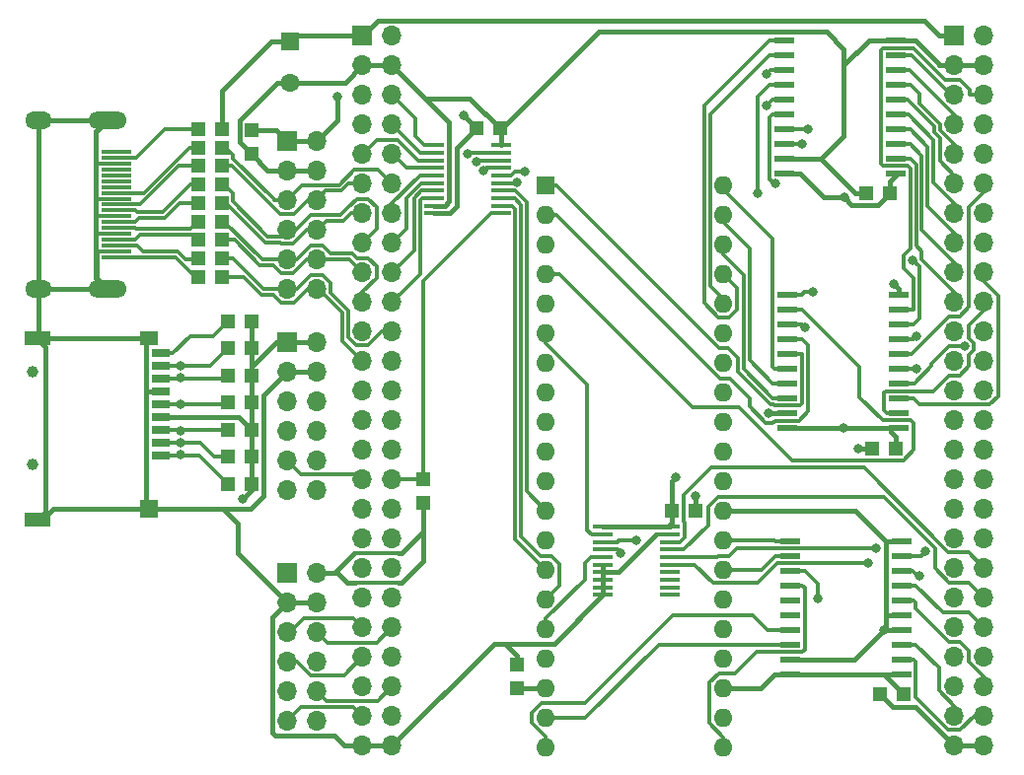
<source format=gtl>
G04 #@! TF.GenerationSoftware,KiCad,Pcbnew,8.0.3*
G04 #@! TF.CreationDate,2024-06-06T03:05:28-03:00*
G04 #@! TF.ProjectId,MSX_GOAULD_XC7,4d53585f-474f-4415-954c-445f5843372e,rev?*
G04 #@! TF.SameCoordinates,Original*
G04 #@! TF.FileFunction,Copper,L1,Top*
G04 #@! TF.FilePolarity,Positive*
%FSLAX46Y46*%
G04 Gerber Fmt 4.6, Leading zero omitted, Abs format (unit mm)*
G04 Created by KiCad (PCBNEW 8.0.3) date 2024-06-06 03:05:28*
%MOMM*%
%LPD*%
G01*
G04 APERTURE LIST*
G04 #@! TA.AperFunction,SMDPad,CuDef*
%ADD10R,1.167000X1.192000*%
G04 #@! TD*
G04 #@! TA.AperFunction,SMDPad,CuDef*
%ADD11R,1.803400X0.533400*%
G04 #@! TD*
G04 #@! TA.AperFunction,ComponentPad*
%ADD12R,1.600000X1.600000*%
G04 #@! TD*
G04 #@! TA.AperFunction,ComponentPad*
%ADD13O,1.600000X1.600000*%
G04 #@! TD*
G04 #@! TA.AperFunction,SMDPad,CuDef*
%ADD14R,1.192000X1.167000*%
G04 #@! TD*
G04 #@! TA.AperFunction,SMDPad,CuDef*
%ADD15R,2.600000X0.298000*%
G04 #@! TD*
G04 #@! TA.AperFunction,ComponentPad*
%ADD16O,3.300000X1.500000*%
G04 #@! TD*
G04 #@! TA.AperFunction,ComponentPad*
%ADD17O,2.300000X1.500000*%
G04 #@! TD*
G04 #@! TA.AperFunction,ComponentPad*
%ADD18C,1.000000*%
G04 #@! TD*
G04 #@! TA.AperFunction,SMDPad,CuDef*
%ADD19R,1.600000X0.700000*%
G04 #@! TD*
G04 #@! TA.AperFunction,SMDPad,CuDef*
%ADD20R,1.500000X1.200000*%
G04 #@! TD*
G04 #@! TA.AperFunction,SMDPad,CuDef*
%ADD21R,2.200000X1.200000*%
G04 #@! TD*
G04 #@! TA.AperFunction,SMDPad,CuDef*
%ADD22R,1.500000X1.600000*%
G04 #@! TD*
G04 #@! TA.AperFunction,ComponentPad*
%ADD23C,1.600000*%
G04 #@! TD*
G04 #@! TA.AperFunction,SMDPad,CuDef*
%ADD24O,1.740000X0.360000*%
G04 #@! TD*
G04 #@! TA.AperFunction,ComponentPad*
%ADD25R,1.700000X1.700000*%
G04 #@! TD*
G04 #@! TA.AperFunction,ComponentPad*
%ADD26O,1.700000X1.700000*%
G04 #@! TD*
G04 #@! TA.AperFunction,ViaPad*
%ADD27C,0.800000*%
G04 #@! TD*
G04 #@! TA.AperFunction,Conductor*
%ADD28C,0.300000*%
G04 #@! TD*
G04 #@! TA.AperFunction,Conductor*
%ADD29C,0.450000*%
G04 #@! TD*
G04 #@! TA.AperFunction,Conductor*
%ADD30C,0.359800*%
G04 #@! TD*
G04 APERTURE END LIST*
D10*
X113538000Y-99758500D03*
X111506000Y-99758500D03*
X113538000Y-96583500D03*
X111506000Y-96583500D03*
X114046000Y-109812700D03*
X116078000Y-109812700D03*
X113538000Y-88646000D03*
X111506000Y-88646000D03*
X154178000Y-121412000D03*
X152146000Y-121412000D03*
X170855200Y-94130800D03*
X168823200Y-94130800D03*
D11*
X171602400Y-114300000D03*
X171602400Y-113030000D03*
X171602400Y-111760000D03*
X171602400Y-110490000D03*
X171602400Y-109220000D03*
X171602400Y-107950000D03*
X171602400Y-106680000D03*
X171602400Y-105410000D03*
X171602400Y-104140000D03*
X171602400Y-102870000D03*
X162052000Y-102870000D03*
X162052000Y-104140000D03*
X162052000Y-105410000D03*
X162052000Y-106680000D03*
X162052000Y-107950000D03*
X162052000Y-109220000D03*
X162052000Y-110490000D03*
X162052000Y-111760000D03*
X162052000Y-113030000D03*
X162052000Y-114300000D03*
D12*
X141351000Y-93472000D03*
D13*
X141351000Y-96012000D03*
X141351000Y-98552000D03*
X141351000Y-101092000D03*
X141351000Y-103632000D03*
X141351000Y-106172000D03*
X141351000Y-108712000D03*
X141351000Y-111252000D03*
X141351000Y-113792000D03*
X141351000Y-116332000D03*
X141351000Y-118872000D03*
X141351000Y-121412000D03*
X141351000Y-123952000D03*
X141351000Y-126492000D03*
X141351000Y-129032000D03*
X141351000Y-131572000D03*
X141351000Y-134112000D03*
X141351000Y-136652000D03*
X141351000Y-139192000D03*
X141351000Y-141732000D03*
X156591000Y-141732000D03*
X156591000Y-139192000D03*
X156591000Y-136652000D03*
X156591000Y-134112000D03*
X156591000Y-131572000D03*
X156591000Y-129032000D03*
X156591000Y-126492000D03*
X156591000Y-123952000D03*
X156591000Y-121412000D03*
X156591000Y-118872000D03*
X156591000Y-116332000D03*
X156591000Y-113792000D03*
X156591000Y-111252000D03*
X156591000Y-108712000D03*
X156591000Y-106172000D03*
X156591000Y-103632000D03*
X156591000Y-101092000D03*
X156591000Y-98552000D03*
X156591000Y-96012000D03*
X156591000Y-93472000D03*
D14*
X138861800Y-136652000D03*
X138861800Y-134620000D03*
D10*
X171348400Y-116078000D03*
X169316400Y-116078000D03*
X113538000Y-90233500D03*
X111506000Y-90233500D03*
X114046000Y-112141000D03*
X116078000Y-112141000D03*
D14*
X130810000Y-120777000D03*
X130810000Y-118745000D03*
D10*
X114046000Y-114469300D03*
X116078000Y-114469300D03*
X116078000Y-105156000D03*
X114046000Y-105156000D03*
D15*
X104510000Y-99634000D03*
X104510000Y-99134000D03*
X104510000Y-98634000D03*
X104510000Y-98134000D03*
X104510000Y-97634000D03*
X104510000Y-97134000D03*
X104510000Y-96634000D03*
X104510000Y-96134000D03*
X104510000Y-95634000D03*
X104510000Y-95134000D03*
X104510000Y-94634000D03*
X104510000Y-94134000D03*
X104510000Y-93634000D03*
X104510000Y-93134000D03*
X104510000Y-92634000D03*
X104510000Y-92134000D03*
X104510000Y-91634000D03*
X104510000Y-91134000D03*
X104510000Y-90634000D03*
D16*
X103750000Y-102384000D03*
X103750000Y-87884000D03*
D17*
X97790000Y-102384000D03*
X97790000Y-87884000D03*
D18*
X97282000Y-109474000D03*
X97282000Y-117474000D03*
D19*
X108282000Y-116674000D03*
X108282000Y-115574000D03*
X108282000Y-114474000D03*
X108282000Y-113374000D03*
X108282000Y-112274000D03*
X108282000Y-111174000D03*
X108282000Y-110074000D03*
X108282000Y-108974000D03*
X108282000Y-107874000D03*
D20*
X107282000Y-106624000D03*
D21*
X97682000Y-106624000D03*
X97682000Y-122224000D03*
D22*
X107282000Y-121274000D03*
D12*
X119380000Y-81151300D03*
D23*
X119380000Y-84651300D03*
D10*
X114046000Y-116797700D03*
X116078000Y-116797700D03*
D14*
X116078000Y-88773000D03*
X116078000Y-90805000D03*
D24*
X137490000Y-95894000D03*
X137490000Y-95244000D03*
X137490000Y-94594000D03*
X137490000Y-93944000D03*
X137490000Y-93284000D03*
X137490000Y-92634000D03*
X137490000Y-91984000D03*
X137490000Y-91334000D03*
X137490000Y-90684000D03*
X137490000Y-90034000D03*
X131750000Y-90034000D03*
X131750000Y-90684000D03*
X131750000Y-91334000D03*
X131750000Y-91984000D03*
X131750000Y-92634000D03*
X131750000Y-93284000D03*
X131750000Y-93944000D03*
X131750000Y-94594000D03*
X131750000Y-95244000D03*
X131750000Y-95894000D03*
D10*
X172059600Y-137160000D03*
X170027600Y-137160000D03*
D11*
X171841200Y-135441000D03*
X171841200Y-134171000D03*
X171841200Y-132901000D03*
X171841200Y-131631000D03*
X171841200Y-130361000D03*
X171841200Y-129091000D03*
X171841200Y-127821000D03*
X171841200Y-126551000D03*
X171841200Y-125281000D03*
X171841200Y-124011000D03*
X162290800Y-124011000D03*
X162290800Y-125281000D03*
X162290800Y-126551000D03*
X162290800Y-127821000D03*
X162290800Y-129091000D03*
X162290800Y-130361000D03*
X162290800Y-131631000D03*
X162290800Y-132901000D03*
X162290800Y-134171000D03*
X162290800Y-135441000D03*
D25*
X119126000Y-89662000D03*
D26*
X121666000Y-89662000D03*
X119126000Y-92202000D03*
X121666000Y-92202000D03*
X119126000Y-94742000D03*
X121666000Y-94742000D03*
X119126000Y-97282000D03*
X121666000Y-97282000D03*
X119126000Y-99822000D03*
X121666000Y-99822000D03*
X119126000Y-102362000D03*
X121666000Y-102362000D03*
D10*
X114046000Y-119126000D03*
X116078000Y-119126000D03*
D11*
X171348400Y-92456000D03*
X171348400Y-91186000D03*
X171348400Y-89916000D03*
X171348400Y-88646000D03*
X171348400Y-87376000D03*
X171348400Y-86106000D03*
X171348400Y-84836000D03*
X171348400Y-83566000D03*
X171348400Y-82296000D03*
X171348400Y-81026000D03*
X161798000Y-81026000D03*
X161798000Y-82296000D03*
X161798000Y-83566000D03*
X161798000Y-84836000D03*
X161798000Y-86106000D03*
X161798000Y-87376000D03*
X161798000Y-88646000D03*
X161798000Y-89916000D03*
X161798000Y-91186000D03*
X161798000Y-92456000D03*
D25*
X119126000Y-106934000D03*
D26*
X121666000Y-106934000D03*
X119126000Y-109474000D03*
X121666000Y-109474000D03*
X119126000Y-112014000D03*
X121666000Y-112014000D03*
X119126000Y-114554000D03*
X121666000Y-114554000D03*
X119126000Y-117094000D03*
X121666000Y-117094000D03*
X119126000Y-119634000D03*
X121666000Y-119634000D03*
D10*
X113538000Y-98171000D03*
X111506000Y-98171000D03*
D24*
X146228000Y-122800000D03*
X146228000Y-123450000D03*
X146228000Y-124100000D03*
X146228000Y-124750000D03*
X146228000Y-125410000D03*
X146228000Y-126060000D03*
X146228000Y-126710000D03*
X146228000Y-127360000D03*
X146228000Y-128010000D03*
X146228000Y-128660000D03*
X151968000Y-128660000D03*
X151968000Y-128010000D03*
X151968000Y-127360000D03*
X151968000Y-126710000D03*
X151968000Y-126060000D03*
X151968000Y-125410000D03*
X151968000Y-124750000D03*
X151968000Y-124100000D03*
X151968000Y-123450000D03*
X151968000Y-122800000D03*
D25*
X125597500Y-80624000D03*
D26*
X128137500Y-80624000D03*
X125597500Y-83164000D03*
X128137500Y-83164000D03*
X125597500Y-85704000D03*
X128137500Y-85704000D03*
X125597500Y-88244000D03*
X128137500Y-88244000D03*
X125597500Y-90784000D03*
X128137500Y-90784000D03*
X125597500Y-93324000D03*
X128137500Y-93324000D03*
X125597500Y-95864000D03*
X128137500Y-95864000D03*
X125597500Y-98404000D03*
X128137500Y-98404000D03*
X125597500Y-100944000D03*
X128137500Y-100944000D03*
X125597500Y-103484000D03*
X128137500Y-103484000D03*
X125597500Y-106024000D03*
X128137500Y-106024000D03*
X125597500Y-108564000D03*
X128137500Y-108564000D03*
X125597500Y-111104000D03*
X128137500Y-111104000D03*
X125597500Y-113644000D03*
X128137500Y-113644000D03*
X125597500Y-116184000D03*
X128137500Y-116184000D03*
X125597500Y-118724000D03*
X128137500Y-118724000D03*
X125597500Y-121264000D03*
X128137500Y-121264000D03*
X125597500Y-123804000D03*
X128137500Y-123804000D03*
X125597500Y-126344000D03*
X128137500Y-126344000D03*
X125597500Y-128884000D03*
X128137500Y-128884000D03*
X125597500Y-131424000D03*
X128137500Y-131424000D03*
X125597500Y-133964000D03*
X128137500Y-133964000D03*
X125597500Y-136504000D03*
X128137500Y-136504000D03*
X125597500Y-139044000D03*
X128137500Y-139044000D03*
X125597500Y-141584000D03*
X128137500Y-141584000D03*
D25*
X176397500Y-80594000D03*
D26*
X178937500Y-80594000D03*
X176397500Y-83134000D03*
X178937500Y-83134000D03*
X176397500Y-85674000D03*
X178937500Y-85674000D03*
X176397500Y-88214000D03*
X178937500Y-88214000D03*
X176397500Y-90754000D03*
X178937500Y-90754000D03*
X176397500Y-93294000D03*
X178937500Y-93294000D03*
X176397500Y-95834000D03*
X178937500Y-95834000D03*
X176397500Y-98374000D03*
X178937500Y-98374000D03*
X176397500Y-100914000D03*
X178937500Y-100914000D03*
X176397500Y-103454000D03*
X178937500Y-103454000D03*
X176397500Y-105994000D03*
X178937500Y-105994000D03*
X176397500Y-108534000D03*
X178937500Y-108534000D03*
X176397500Y-111074000D03*
X178937500Y-111074000D03*
X176397500Y-113614000D03*
X178937500Y-113614000D03*
X176397500Y-116154000D03*
X178937500Y-116154000D03*
X176397500Y-118694000D03*
X178937500Y-118694000D03*
X176397500Y-121234000D03*
X178937500Y-121234000D03*
X176397500Y-123774000D03*
X178937500Y-123774000D03*
X176397500Y-126314000D03*
X178937500Y-126314000D03*
X176397500Y-128854000D03*
X178937500Y-128854000D03*
X176397500Y-131394000D03*
X178937500Y-131394000D03*
X176397500Y-133934000D03*
X178937500Y-133934000D03*
X176397500Y-136474000D03*
X178937500Y-136474000D03*
X176397500Y-139014000D03*
X178937500Y-139014000D03*
X176397500Y-141554000D03*
X178937500Y-141554000D03*
D10*
X114046000Y-107484300D03*
X116078000Y-107484300D03*
X135361000Y-88603000D03*
X137393000Y-88603000D03*
X113538000Y-101346000D03*
X111506000Y-101346000D03*
X113538000Y-91821000D03*
X111506000Y-91821000D03*
X113538000Y-94996000D03*
X111506000Y-94996000D03*
D25*
X119126000Y-126746000D03*
D26*
X121666000Y-126746000D03*
X119126000Y-129286000D03*
X121666000Y-129286000D03*
X119126000Y-131826000D03*
X121666000Y-131826000D03*
X119126000Y-134366000D03*
X121666000Y-134366000D03*
X119126000Y-136906000D03*
X121666000Y-136906000D03*
X119126000Y-139446000D03*
X121666000Y-139446000D03*
D10*
X113538000Y-93408500D03*
X111506000Y-93408500D03*
D27*
X123444000Y-85852000D03*
X152480700Y-118533700D03*
X115316000Y-120396000D03*
X134250000Y-87492000D03*
X170309700Y-131631000D03*
X160466200Y-113060700D03*
X168122700Y-116078000D03*
X171197500Y-101974900D03*
X154151700Y-120199400D03*
X166935000Y-94541300D03*
X166915800Y-114325300D03*
X163320300Y-89916000D03*
X172822600Y-99917800D03*
X173112500Y-106423300D03*
X164662200Y-129000100D03*
X149124500Y-123943200D03*
X138823000Y-93201500D03*
X139510000Y-92265400D03*
X136014000Y-92215000D03*
X135382000Y-91440000D03*
X134601000Y-90815300D03*
X163830000Y-88646000D03*
X161056300Y-93353000D03*
X160285800Y-86615700D03*
X159554700Y-94186100D03*
X160266800Y-83900200D03*
X164292000Y-102660700D03*
X163571200Y-105697800D03*
X173107900Y-109220000D03*
X177334500Y-107312000D03*
X147719000Y-125079600D03*
X169680300Y-124662600D03*
X168984200Y-125932600D03*
X173940800Y-124885200D03*
X173363500Y-127025500D03*
X109982000Y-115570000D03*
X109982000Y-116586000D03*
X109982000Y-108966000D03*
X109982000Y-109982000D03*
X109982000Y-114554000D03*
X109982000Y-112268000D03*
D28*
X109982000Y-115570000D02*
X109986000Y-115574000D01*
X109986000Y-115574000D02*
X111637000Y-115574000D01*
X111637000Y-115574000D02*
X112861000Y-116798000D01*
X112861000Y-116798000D02*
X114045700Y-116798000D01*
X114046000Y-105156000D02*
X112776000Y-106426000D01*
X112776000Y-106426000D02*
X110794800Y-106426000D01*
X109346800Y-107874000D02*
X108282000Y-107874000D01*
X110794800Y-106426000D02*
X109346800Y-107874000D01*
X178086200Y-107623300D02*
X178086200Y-107000700D01*
X177667500Y-108042000D02*
X178086200Y-107623300D01*
X177667500Y-109015500D02*
X177667500Y-108042000D01*
X176879000Y-109804000D02*
X177667500Y-109015500D01*
X178086200Y-107000700D02*
X177667500Y-106582000D01*
X174587900Y-111143300D02*
X175927200Y-109804000D01*
X177667500Y-105552200D02*
X178937500Y-104282200D01*
X170510200Y-111143300D02*
X174587900Y-111143300D01*
X170350700Y-111302800D02*
X170510200Y-111143300D01*
X170350700Y-112768900D02*
X170350700Y-111302800D01*
X170611800Y-113030000D02*
X170350700Y-112768900D01*
X177667500Y-106582000D02*
X177667500Y-105552200D01*
X175927200Y-109804000D02*
X176879000Y-109804000D01*
X178937500Y-104282200D02*
X178937500Y-103454000D01*
X171602400Y-113030000D02*
X170611800Y-113030000D01*
D29*
X168823200Y-94130800D02*
X168225800Y-94130800D01*
X168225800Y-94130800D02*
X168224200Y-94132400D01*
X168224200Y-94132400D02*
X167897500Y-94132400D01*
X167897500Y-94132400D02*
X164951100Y-91186000D01*
X166935000Y-94541300D02*
X167557900Y-95164200D01*
X167557900Y-95164200D02*
X169821800Y-95164200D01*
X169821800Y-95164200D02*
X170855200Y-94130800D01*
X116078000Y-105156000D02*
X116078000Y-107484300D01*
X133731000Y-95233000D02*
X133731000Y-90233000D01*
X123444000Y-126746000D02*
X123190000Y-126746000D01*
X128921000Y-125079000D02*
X128666000Y-125079000D01*
X151968000Y-122612700D02*
X151968000Y-122800000D01*
X130810000Y-122935000D02*
X130810000Y-123190000D01*
X128921000Y-127619000D02*
X130810000Y-125730000D01*
X124968000Y-127619000D02*
X124317000Y-127619000D01*
X152146000Y-118868400D02*
X152146000Y-121412000D01*
X118237000Y-88773000D02*
X119126000Y-89662000D01*
X119126000Y-106934000D02*
X118237000Y-106934000D01*
X121666000Y-89662000D02*
X123444000Y-87884000D01*
X118237000Y-106934000D02*
X116078000Y-109093000D01*
X152146000Y-121412000D02*
X152146000Y-122434700D01*
D28*
X124968000Y-127619000D02*
X128666000Y-127619000D01*
D29*
X133070000Y-95894000D02*
X133731000Y-95233000D01*
X116078000Y-119634000D02*
X115316000Y-120396000D01*
X124317000Y-127619000D02*
X123444000Y-126746000D01*
X108282000Y-113374000D02*
X114983000Y-113374000D01*
X116078000Y-88773000D02*
X118237000Y-88773000D01*
X130810000Y-123190000D02*
X128921000Y-125079000D01*
X116078000Y-116797700D02*
X116078000Y-119126000D01*
X116078000Y-107484300D02*
X116078000Y-109093000D01*
X152146000Y-122434700D02*
X151968000Y-122612700D01*
X133731000Y-90233000D02*
X135361000Y-88603000D01*
X128666000Y-127619000D02*
X128921000Y-127619000D01*
X152480700Y-118533700D02*
X152146000Y-118868400D01*
X116078000Y-114469300D02*
X116078000Y-116797700D01*
X114983000Y-113374000D02*
X116078000Y-114469000D01*
X146228000Y-122800000D02*
X147524700Y-122800000D01*
X123444000Y-87884000D02*
X123444000Y-85852000D01*
X124857000Y-125079000D02*
X123190000Y-126746000D01*
X116078000Y-114469000D02*
X116078000Y-114469300D01*
X116078000Y-109093000D02*
X116078000Y-109812700D01*
X151968000Y-122800000D02*
X147524700Y-122800000D01*
X119126000Y-89662000D02*
X121666000Y-89662000D01*
X116078000Y-109812700D02*
X116078000Y-112141000D01*
X123190000Y-126746000D02*
X121666000Y-126746000D01*
X121666000Y-106934000D02*
X119126000Y-106934000D01*
D28*
X128666000Y-125079000D02*
X124857000Y-125079000D01*
D29*
X131750000Y-95894000D02*
X133070000Y-95894000D01*
X116078000Y-112141000D02*
X116078000Y-114469000D01*
X130810000Y-125730000D02*
X130810000Y-122935000D01*
X134250000Y-87492000D02*
X135361000Y-88603000D01*
X116078000Y-119126000D02*
X116078000Y-119634000D01*
X130810000Y-120777000D02*
X130810000Y-122935000D01*
X125598000Y-83164000D02*
X128137500Y-83164000D01*
X136880000Y-132842000D02*
X128138000Y-141584000D01*
X171841200Y-130361000D02*
X170514300Y-130361000D01*
X107057000Y-111125000D02*
X107057000Y-121049000D01*
X162290800Y-134171000D02*
X167769700Y-134171000D01*
X100341000Y-121274000D02*
X107282000Y-121274000D01*
X133045000Y-88071500D02*
X131008500Y-86034800D01*
X133045000Y-94844600D02*
X133045000Y-88071500D01*
X115960000Y-121274000D02*
X113665000Y-121274000D01*
X134825000Y-86034800D02*
X137393000Y-88603000D01*
X102743000Y-94640400D02*
X102743000Y-88849000D01*
X170512800Y-130359500D02*
X170514300Y-130361000D01*
X165410800Y-80320800D02*
X166878000Y-81788000D01*
X171602400Y-102870000D02*
X171602400Y-102379800D01*
X154178000Y-120225700D02*
X154151700Y-120199400D01*
D30*
X151968000Y-123450000D02*
X151923200Y-123494800D01*
D29*
X154178000Y-121412000D02*
X154178000Y-120389300D01*
X124110000Y-84651300D02*
X125597700Y-83164200D01*
X166878000Y-81788000D02*
X166878000Y-83188600D01*
X171119800Y-138252200D02*
X173079728Y-138252200D01*
X169316400Y-116078000D02*
X168306200Y-116078000D01*
X97790000Y-106516000D02*
X97682000Y-106624000D01*
X171841200Y-131631000D02*
X170512800Y-131631000D01*
X97682000Y-106624000D02*
X107282000Y-106624000D01*
X97790000Y-102384000D02*
X103750000Y-102384000D01*
X97682000Y-122224000D02*
X98121000Y-122224000D01*
X102783300Y-99220700D02*
X102870000Y-99134000D01*
X146228000Y-126710000D02*
X147559900Y-126710000D01*
X114935000Y-122544000D02*
X113665000Y-121274000D01*
X125597500Y-83164000D02*
X125597700Y-83164200D01*
X97682000Y-106624000D02*
X98407000Y-107349000D01*
X102785000Y-88849000D02*
X103750000Y-87884000D01*
X102785000Y-101419000D02*
X102783300Y-101417300D01*
D30*
X151923200Y-123494800D02*
X150775100Y-123494800D01*
D29*
X123190000Y-140716000D02*
X124058000Y-141584000D01*
X117851000Y-140457000D02*
X118115000Y-140721000D01*
X102743000Y-100651000D02*
X102743000Y-97637600D01*
X175120800Y-83134000D02*
X175120800Y-83045800D01*
X107282000Y-106624000D02*
X107057000Y-106849000D01*
X102783300Y-100651000D02*
X102783300Y-99220700D01*
X137490000Y-88700000D02*
X137393000Y-88603000D01*
X97790000Y-102384000D02*
X97790000Y-106516000D01*
X176397500Y-83134000D02*
X178937500Y-83134000D01*
X164951100Y-91186000D02*
X166878000Y-89259100D01*
D28*
X104510000Y-91643200D02*
X102870000Y-91643200D01*
D29*
X114935000Y-125095000D02*
X114935000Y-123952000D01*
X128138000Y-83164000D02*
X131008500Y-86034800D01*
X97790000Y-102384000D02*
X97790000Y-87884000D01*
X99060000Y-121285000D02*
X100330000Y-121285000D01*
X133045000Y-88071500D02*
X131008000Y-86034800D01*
X138861800Y-133858000D02*
X137845800Y-132842000D01*
X119126000Y-109474000D02*
X117086000Y-111514000D01*
X138861800Y-134620000D02*
X138861800Y-133858000D01*
D28*
X104510000Y-99134000D02*
X102870000Y-99134000D01*
D29*
X173079728Y-138252200D02*
X176381528Y-141554000D01*
X119126000Y-129286000D02*
X117851000Y-130561000D01*
X107057000Y-121049000D02*
X107282000Y-121274000D01*
X102743000Y-100651000D02*
X102783300Y-100651000D01*
X98121000Y-122224000D02*
X99060000Y-121285000D01*
X164951100Y-91186000D02*
X163126400Y-91186000D01*
X102743000Y-97637600D02*
X102743000Y-94640400D01*
X102768000Y-97637600D02*
X102743000Y-97637600D01*
X137490000Y-88700000D02*
X145869200Y-80320800D01*
X119126000Y-129286000D02*
X114935000Y-125095000D01*
X117086000Y-120147000D02*
X115960000Y-121274000D01*
X108282000Y-111174000D02*
X107106000Y-111174000D01*
X173101000Y-81026000D02*
X171348400Y-81026000D01*
X125597700Y-83164200D02*
X125598000Y-83164000D01*
X146228000Y-128010000D02*
X146228000Y-128660000D01*
X175120800Y-83045800D02*
X173101000Y-81026000D01*
X146228000Y-128660000D02*
X142046000Y-132842000D01*
X171841200Y-124011000D02*
X170512800Y-124011000D01*
X167913800Y-121412000D02*
X170512800Y-124011000D01*
X167769700Y-134171000D02*
X170309700Y-131631000D01*
X170512800Y-131631000D02*
X170512800Y-130361000D01*
X157817700Y-121412000D02*
X167913800Y-121412000D01*
X119126000Y-92202000D02*
X117475000Y-92202000D01*
X170512800Y-131631000D02*
X170309700Y-131631000D01*
X160496900Y-113030000D02*
X160466200Y-113060700D01*
X115057000Y-89784000D02*
X115057000Y-87889000D01*
X176381528Y-141554000D02*
X176397500Y-141554000D01*
X178937500Y-141554000D02*
X176397500Y-141554000D01*
X166878000Y-83188600D02*
X169040600Y-81026000D01*
X145869200Y-80320800D02*
X165410800Y-80320800D01*
X156591000Y-121412000D02*
X157817700Y-121412000D01*
X128137500Y-83164000D02*
X128138000Y-83164000D01*
X131750000Y-95244000D02*
X132646000Y-95244000D01*
X98407000Y-121499000D02*
X97682000Y-122224000D01*
X154178000Y-120389300D02*
X154178000Y-120225700D01*
X115057000Y-87889000D02*
X118295000Y-84651300D01*
X119380000Y-84651300D02*
X124110000Y-84651300D01*
X103750000Y-102384000D02*
X102785000Y-101419000D01*
X124058000Y-141584000D02*
X125597500Y-141584000D01*
X162052000Y-113030000D02*
X160496900Y-113030000D01*
X176397500Y-83134000D02*
X175120800Y-83134000D01*
X121666000Y-92202000D02*
X119126000Y-92202000D01*
X146228000Y-126060000D02*
X146228000Y-126710000D01*
X128137500Y-141584000D02*
X125597500Y-141584000D01*
D28*
X104535000Y-96139000D02*
X102895000Y-96139000D01*
D29*
X132646000Y-95244000D02*
X133045000Y-94844600D01*
X171602400Y-102379800D02*
X171197500Y-101974900D01*
X114935000Y-123952000D02*
X114935000Y-122544000D01*
D28*
X104408000Y-97637600D02*
X102768000Y-97637600D01*
D29*
X169040600Y-81026000D02*
X171348400Y-81026000D01*
X146228000Y-126710000D02*
X146228000Y-127360000D01*
X168306200Y-116078000D02*
X168122700Y-116078000D01*
X121666000Y-129286000D02*
X119126000Y-129286000D01*
X131008000Y-86034800D02*
X131008500Y-86034800D01*
X118295000Y-84651300D02*
X119380000Y-84651300D01*
X123185000Y-140721000D02*
X123190000Y-140716000D01*
X102783300Y-101417300D02*
X102783300Y-100651000D01*
X142046000Y-132842000D02*
X137845800Y-132842000D01*
X170514300Y-130361000D02*
X170512800Y-130361000D01*
X113665000Y-121274000D02*
X107282000Y-121274000D01*
X170512800Y-124011000D02*
X170512800Y-130359500D01*
X98407000Y-107349000D02*
X98407000Y-121499000D01*
X100330000Y-121285000D02*
X100341000Y-121274000D01*
X107057000Y-106849000D02*
X107057000Y-111125000D01*
X116078000Y-90805000D02*
X115057000Y-89784000D01*
X102743000Y-101419000D02*
X102743000Y-100651000D01*
X161798000Y-91186000D02*
X163126400Y-91186000D01*
X117475000Y-92202000D02*
X116078000Y-90805000D01*
X113665000Y-121274000D02*
X107282000Y-121274000D01*
X118115000Y-140721000D02*
X123185000Y-140721000D01*
X147559900Y-126710000D02*
X150775100Y-123494800D01*
X131008500Y-86034800D02*
X134825000Y-86034800D01*
D28*
X104358000Y-94640400D02*
X102743000Y-94640400D01*
X102743000Y-94640400D02*
X102718000Y-94640400D01*
D29*
X166878000Y-89259100D02*
X166878000Y-83188600D01*
X128138000Y-141584000D02*
X128137500Y-141584000D01*
X97790000Y-87884000D02*
X103750000Y-87884000D01*
X170027600Y-137160000D02*
X171119800Y-138252200D01*
X137490000Y-90034000D02*
X137490000Y-88700000D01*
X146228000Y-127360000D02*
X146228000Y-128010000D01*
X137845800Y-132842000D02*
X136880000Y-132842000D01*
X107106000Y-111174000D02*
X107057000Y-111125000D01*
X121666000Y-109474000D02*
X119126000Y-109474000D01*
X117086000Y-111514000D02*
X117086000Y-120147000D01*
X117851000Y-130561000D02*
X117851000Y-140457000D01*
X125597800Y-80624000D02*
X125597500Y-80624000D01*
X162290800Y-135441000D02*
X169900600Y-135441000D01*
X170340600Y-135441000D02*
X169900600Y-135441000D01*
X126898100Y-79323700D02*
X173850500Y-79323700D01*
X117731000Y-81151300D02*
X113538000Y-85344000D01*
X125597800Y-80624000D02*
X126898100Y-79323700D01*
X172059600Y-137160000D02*
X170340600Y-135441000D01*
X170938200Y-114325300D02*
X166915800Y-114325300D01*
X141351000Y-136652000D02*
X138861800Y-136652000D01*
X170938200Y-114300000D02*
X170938200Y-114325300D01*
X171602400Y-114300000D02*
X170938200Y-114300000D01*
X170938200Y-114645100D02*
X171348400Y-115055300D01*
X173850500Y-79323700D02*
X175120800Y-80594000D01*
X162052000Y-114300000D02*
X163380400Y-114300000D01*
X163380400Y-114300000D02*
X163405700Y-114325300D01*
X161798000Y-92456000D02*
X163126400Y-92456000D01*
X163126400Y-92456000D02*
X165211700Y-94541300D01*
X170855200Y-93108100D02*
X171348400Y-92614900D01*
X119907000Y-80624000D02*
X119380000Y-81151300D01*
X170855200Y-94130800D02*
X170855200Y-93108100D01*
X176397500Y-80594000D02*
X175120800Y-80594000D01*
X165211700Y-94541300D02*
X166935000Y-94541300D01*
X125597500Y-80624000D02*
X119907000Y-80624000D01*
X171348400Y-92614900D02*
X171348400Y-92456000D01*
X170938200Y-114325300D02*
X170938200Y-114645100D01*
X119380000Y-81151300D02*
X117731000Y-81151300D01*
X125598000Y-80624000D02*
X125597800Y-80624000D01*
X169900600Y-135441000D02*
X171841200Y-135441000D01*
X159751400Y-136652000D02*
X160962400Y-135441000D01*
X163405700Y-114325300D02*
X166915800Y-114325300D01*
X113538000Y-85344000D02*
X113538000Y-88646000D01*
X171348400Y-116078000D02*
X171348400Y-115055300D01*
X162290800Y-135441000D02*
X160962400Y-135441000D01*
X156591000Y-136652000D02*
X159751400Y-136652000D01*
D28*
X171602400Y-104140000D02*
X172855800Y-104140000D01*
X176839300Y-84404000D02*
X177735800Y-85300500D01*
X172851227Y-81677600D02*
X175577627Y-84404000D01*
X172601800Y-92007400D02*
X172398800Y-91804400D01*
X175577627Y-84404000D02*
X176839300Y-84404000D01*
X172855800Y-104140000D02*
X172855800Y-101460600D01*
X172029500Y-100634300D02*
X172029500Y-99503900D01*
X170301000Y-81677600D02*
X172851227Y-81677600D01*
X177735800Y-85674000D02*
X178937500Y-85674000D01*
X172855800Y-101460600D02*
X172029500Y-100634300D01*
X177735800Y-85300500D02*
X177735800Y-85674000D01*
X170083500Y-81895100D02*
X170301000Y-81677600D01*
X172029500Y-99503900D02*
X172601800Y-98931600D01*
X170288400Y-91804400D02*
X170083500Y-91599500D01*
X170083500Y-91599500D02*
X170083500Y-81895100D01*
X172398800Y-91804400D02*
X170288400Y-91804400D01*
X172601800Y-98931600D02*
X172601800Y-92007400D01*
X161798000Y-89916000D02*
X163051400Y-89916000D01*
X163051400Y-89916000D02*
X163320300Y-89916000D01*
X171602400Y-105410000D02*
X172855800Y-105410000D01*
X173357500Y-104908300D02*
X173357500Y-100452700D01*
X172855800Y-105410000D02*
X173357500Y-104908300D01*
X173357500Y-100452700D02*
X172822600Y-99917800D01*
X171602400Y-106680000D02*
X172855800Y-106680000D01*
X172855800Y-106680000D02*
X173112500Y-106423300D01*
X177667500Y-103892500D02*
X177667500Y-95392200D01*
X172744443Y-107950000D02*
X175970443Y-104724000D01*
X171602400Y-107950000D02*
X172744443Y-107950000D01*
X175970443Y-104724000D02*
X176836000Y-104724000D01*
X176836000Y-104724000D02*
X177667500Y-103892500D01*
X178937500Y-94122200D02*
X178937500Y-93294000D01*
X177667500Y-95392200D02*
X178937500Y-94122200D01*
X141351000Y-139192000D02*
X144729200Y-139192000D01*
X151020200Y-132901000D02*
X162290800Y-132901000D01*
X144729200Y-139192000D02*
X151020200Y-132901000D01*
X141218200Y-140716000D02*
X140151200Y-139649000D01*
X140151200Y-139649000D02*
X140151200Y-138745100D01*
X140151200Y-138745100D02*
X140974300Y-137922000D01*
X141224000Y-140716000D02*
X141218200Y-140716000D01*
X160335600Y-131631000D02*
X162290800Y-131631000D01*
X144703800Y-137922000D02*
X152240500Y-130385300D01*
X141351000Y-140843000D02*
X141224000Y-140716000D01*
X141351000Y-141732000D02*
X141351000Y-140843000D01*
X140974300Y-137922000D02*
X144703800Y-137922000D01*
X152240500Y-130385300D02*
X159089900Y-130385300D01*
X159089900Y-130385300D02*
X160335600Y-131631000D01*
X163349200Y-127821000D02*
X163544200Y-128016000D01*
X163544200Y-133336600D02*
X163544200Y-128016000D01*
X155392700Y-136185900D02*
X156196600Y-135382000D01*
X159391600Y-133552600D02*
X163328200Y-133552600D01*
X162290800Y-127821000D02*
X163349200Y-127821000D01*
X156591000Y-141732000D02*
X156591000Y-140868200D01*
X155392700Y-139669900D02*
X155392700Y-136185900D01*
X163328200Y-133552600D02*
X163544200Y-133336600D01*
X163322000Y-127821000D02*
X162290800Y-127821000D01*
X156196600Y-135382000D02*
X157562200Y-135382000D01*
X157562200Y-135382000D02*
X159391600Y-133552600D01*
X156591000Y-140868200D02*
X155392700Y-139669900D01*
X162290800Y-126551000D02*
X163544200Y-126551000D01*
X164662200Y-127669000D02*
X164662200Y-129000100D01*
X163544200Y-126551000D02*
X164662200Y-127669000D01*
X146228000Y-124100000D02*
X147449700Y-124100000D01*
X149124500Y-123943200D02*
X147606500Y-123943200D01*
X147606500Y-123943200D02*
X147449700Y-124100000D01*
X146228000Y-123450000D02*
X145268600Y-123450000D01*
X144907000Y-110611200D02*
X141351000Y-107055200D01*
X141351000Y-107055200D02*
X141351000Y-106172000D01*
X144907000Y-123088400D02*
X144907000Y-110611200D01*
X145268600Y-123450000D02*
X144907000Y-123088400D01*
X141351000Y-126492000D02*
X138710000Y-123851000D01*
X138424000Y-95244000D02*
X137490000Y-95244000D01*
X138710000Y-123851000D02*
X138710000Y-95530000D01*
X138710000Y-95530000D02*
X138424000Y-95244000D01*
X142501000Y-126016000D02*
X142501000Y-127882000D01*
X140908000Y-125342000D02*
X141827000Y-125342000D01*
X139210000Y-123644000D02*
X140908000Y-125342000D01*
X142501000Y-127882000D02*
X141351000Y-129032000D01*
X141827000Y-125342000D02*
X142501000Y-126016000D01*
X139210000Y-95144000D02*
X139210000Y-123644000D01*
X138660000Y-94594000D02*
X139210000Y-95144000D01*
X137490000Y-94594000D02*
X138660000Y-94594000D01*
X137490000Y-93944000D02*
X138717000Y-93944000D01*
X139710000Y-119771000D02*
X141351000Y-121412000D01*
X139710000Y-94936900D02*
X139710000Y-119771000D01*
X138717000Y-93944000D02*
X139710000Y-94936900D01*
X138740000Y-93284000D02*
X137490000Y-93284000D01*
X138823000Y-93201500D02*
X138740000Y-93284000D01*
X138330000Y-92634000D02*
X138698000Y-92265400D01*
X137490000Y-92634000D02*
X138330000Y-92634000D01*
X138698000Y-92265400D02*
X139510000Y-92265400D01*
X136245000Y-91984000D02*
X137490000Y-91984000D01*
X136014000Y-92215000D02*
X136245000Y-91984000D01*
X135488000Y-91334000D02*
X137490000Y-91334000D01*
X135382000Y-91440000D02*
X135488000Y-91334000D01*
X134601000Y-90815300D02*
X134732000Y-90684000D01*
X134732000Y-90684000D02*
X137490000Y-90684000D01*
X163830000Y-88646000D02*
X161798000Y-88646000D01*
X160544600Y-87646600D02*
X160528000Y-87663200D01*
X160782000Y-87376000D02*
X160528000Y-87630000D01*
X160528000Y-92951500D02*
X160929500Y-93353000D01*
X161798000Y-87376000D02*
X160782000Y-87376000D01*
X160528000Y-87663200D02*
X160528000Y-92951500D01*
X160929500Y-93353000D02*
X161056300Y-93353000D01*
X160795500Y-86106000D02*
X161798000Y-86106000D01*
X160285800Y-86615700D02*
X160795500Y-86106000D01*
X159525200Y-94156600D02*
X159554700Y-94186100D01*
X161798000Y-84836000D02*
X160544600Y-84836000D01*
X160544600Y-84836000D02*
X159525200Y-85855400D01*
X159525200Y-85855400D02*
X159525200Y-94156600D01*
X160601000Y-83566000D02*
X160266800Y-83900200D01*
X161798000Y-83566000D02*
X160601000Y-83566000D01*
X155436700Y-102096700D02*
X155436700Y-87403900D01*
X160544600Y-82296000D02*
X161798000Y-82296000D01*
X155436700Y-87403900D02*
X160544600Y-82296000D01*
X156591000Y-103251000D02*
X155436700Y-102096700D01*
X156591000Y-103632000D02*
X156591000Y-103251000D01*
X154912300Y-86658300D02*
X160544600Y-81026000D01*
X157774900Y-102275900D02*
X157774900Y-104126800D01*
X157099200Y-104802500D02*
X156121200Y-104802500D01*
X157774900Y-104126800D02*
X157099200Y-104802500D01*
X154912300Y-103593600D02*
X154912300Y-86658300D01*
X156591000Y-101092000D02*
X157774900Y-102275900D01*
X161798000Y-81026000D02*
X160544600Y-81026000D01*
X156121200Y-104802500D02*
X154912300Y-103593600D01*
X158812000Y-98868000D02*
X158812000Y-108503400D01*
X160798600Y-110490000D02*
X162052000Y-110490000D01*
X158812000Y-108503400D02*
X160798600Y-110490000D01*
X156591000Y-96012000D02*
X156591000Y-96647000D01*
X156591000Y-96647000D02*
X158812000Y-98868000D01*
X162052000Y-102870000D02*
X163305400Y-102870000D01*
X164292000Y-102660700D02*
X163514700Y-102660700D01*
X163514700Y-102660700D02*
X163305400Y-102870000D01*
X163305400Y-107950000D02*
X163305400Y-112191600D01*
X160916800Y-112378400D02*
X160843800Y-112305400D01*
X160843800Y-112305400D02*
X160630100Y-112305400D01*
X162052000Y-107950000D02*
X163305400Y-107950000D01*
X157804100Y-109479400D02*
X157804100Y-108269100D01*
X160630100Y-112305400D02*
X157804100Y-109479400D01*
X163118600Y-112378400D02*
X160916800Y-112378400D01*
X157804100Y-108269100D02*
X156977000Y-107442000D01*
X156977000Y-107442000D02*
X156184800Y-107442000D01*
X163305400Y-112191600D02*
X163118600Y-112378400D01*
X142214800Y-93472000D02*
X141351000Y-93472000D01*
X156184800Y-107442000D02*
X142214800Y-93472000D01*
X160798600Y-98060600D02*
X160798600Y-109042200D01*
X156591000Y-93853000D02*
X160798600Y-98060600D01*
X160976400Y-109220000D02*
X162052000Y-109220000D01*
X156591000Y-93472000D02*
X156591000Y-93853000D01*
X160798600Y-109042200D02*
X160976400Y-109220000D01*
X163853700Y-107228300D02*
X163305400Y-106680000D01*
X163305400Y-106680000D02*
X162052000Y-106680000D01*
X160206500Y-113871300D02*
X160814900Y-113871300D01*
X161004600Y-113681600D02*
X163089900Y-113681600D01*
X156303100Y-110100300D02*
X157147600Y-110100300D01*
X160814900Y-113871300D02*
X161004600Y-113681600D01*
X158812500Y-112477300D02*
X160206500Y-113871300D01*
X158812500Y-111765200D02*
X158812500Y-112477300D01*
X163089900Y-113681600D02*
X163853700Y-112917800D01*
X142214800Y-96012000D02*
X156303100Y-110100300D01*
X163853700Y-112917800D02*
X163853700Y-107228300D01*
X141351000Y-96012000D02*
X142214800Y-96012000D01*
X157147600Y-110100300D02*
X158812500Y-111765200D01*
X156591000Y-99435200D02*
X156591000Y-98552000D01*
X160798600Y-111760000D02*
X158310300Y-109271700D01*
X162052000Y-111760000D02*
X160798600Y-111760000D01*
X158310300Y-101154500D02*
X156591000Y-99435200D01*
X158310300Y-109271700D02*
X158310300Y-101154500D01*
X157898800Y-112522000D02*
X162449800Y-117073000D01*
X168254400Y-109089000D02*
X163305400Y-104140000D01*
X172037200Y-117073000D02*
X172894000Y-116216200D01*
X162052000Y-104140000D02*
X163305400Y-104140000D01*
X162449800Y-117073000D02*
X172037200Y-117073000D01*
X153932700Y-112522000D02*
X157898800Y-112522000D01*
X142502700Y-101092000D02*
X153932700Y-112522000D01*
X172626700Y-113648400D02*
X170244100Y-113648400D01*
X141351000Y-101092000D02*
X142502700Y-101092000D01*
X172894000Y-116216200D02*
X172894000Y-113915700D01*
X172894000Y-113915700D02*
X172626700Y-113648400D01*
X170244100Y-113648400D02*
X168254400Y-111658700D01*
X168254400Y-111658700D02*
X168254400Y-109089000D01*
X163571200Y-105697800D02*
X163305400Y-105432000D01*
X163305400Y-105432000D02*
X163305400Y-105410000D01*
X162052000Y-105410000D02*
X163305400Y-105410000D01*
X128138000Y-118724000D02*
X128137500Y-118724000D01*
X128138000Y-118724000D02*
X130789000Y-118724000D01*
X136643000Y-95894000D02*
X137490000Y-95894000D01*
X130789000Y-118724000D02*
X130810000Y-118745000D01*
X130810000Y-118745000D02*
X130810000Y-101727000D01*
X130810000Y-101727000D02*
X136643000Y-95894000D01*
X161037400Y-125281000D02*
X159826400Y-126492000D01*
X159826400Y-126492000D02*
X156591000Y-126492000D01*
X162290800Y-125281000D02*
X161037400Y-125281000D01*
X162290800Y-124011000D02*
X161037400Y-124011000D01*
X160978400Y-123952000D02*
X161037400Y-124011000D01*
X156591000Y-123952000D02*
X160978400Y-123952000D01*
X172855800Y-109220000D02*
X173107900Y-109220000D01*
X171602400Y-109220000D02*
X172855800Y-109220000D01*
X175904800Y-107312000D02*
X177334500Y-107312000D01*
X174444300Y-109010800D02*
X174444300Y-108772500D01*
X174444300Y-108772500D02*
X175904800Y-107312000D01*
X172965100Y-110490000D02*
X174444300Y-109010800D01*
X171602400Y-110490000D02*
X172965100Y-110490000D01*
X179429600Y-112286600D02*
X173382400Y-112286600D01*
X178937500Y-100914000D02*
X178937500Y-101740100D01*
X173382400Y-112286600D02*
X172855800Y-111760000D01*
X180139200Y-111577000D02*
X179429600Y-112286600D01*
X178937500Y-101740100D02*
X180139200Y-102941800D01*
X172855800Y-111760000D02*
X171602400Y-111760000D01*
X180139200Y-102941800D02*
X180139200Y-111577000D01*
X147449700Y-124810300D02*
X147719000Y-125079600D01*
X146228000Y-124750000D02*
X147449700Y-124750000D01*
X147449700Y-124750000D02*
X147449700Y-124810300D01*
X144703800Y-125907800D02*
X145201600Y-125410000D01*
X144703800Y-127336000D02*
X144703800Y-125907800D01*
X141351000Y-131572000D02*
X141351000Y-130688800D01*
X141351000Y-130688800D02*
X144703800Y-127336000D01*
X145201600Y-125410000D02*
X146228000Y-125410000D01*
X156046654Y-125410000D02*
X156114654Y-125342000D01*
X156114654Y-125342000D02*
X157031600Y-125342000D01*
X157711000Y-124662600D02*
X169680300Y-124662600D01*
X157031600Y-125342000D02*
X157711000Y-124662600D01*
X151968000Y-125410000D02*
X156046654Y-125410000D01*
X154112700Y-126060000D02*
X155697600Y-127644900D01*
X159531100Y-127644900D02*
X161243400Y-125932600D01*
X155697600Y-127644900D02*
X159531100Y-127644900D01*
X151968000Y-126060000D02*
X154112700Y-126060000D01*
X161243400Y-125932600D02*
X168984200Y-125932600D01*
X173574300Y-99139300D02*
X173103500Y-98668500D01*
X173574300Y-99802600D02*
X173574300Y-99139300D01*
X176397500Y-103454000D02*
X176397500Y-102625800D01*
X176397500Y-102625800D02*
X173574300Y-99802600D01*
X173103500Y-98668500D02*
X173103500Y-91687700D01*
X173103500Y-91687700D02*
X172601800Y-91186000D01*
X172601800Y-91186000D02*
X171348400Y-91186000D01*
X176397500Y-100085800D02*
X173605200Y-97293500D01*
X173605200Y-90919400D02*
X172601800Y-89916000D01*
X173605200Y-97293500D02*
X173605200Y-90919400D01*
X176397500Y-100914000D02*
X176397500Y-100085800D01*
X172601800Y-89916000D02*
X171348400Y-89916000D01*
X171841200Y-125281000D02*
X173545000Y-125281000D01*
X173545000Y-125281000D02*
X173940800Y-124885200D01*
X172779000Y-126551000D02*
X173253500Y-127025500D01*
X171841200Y-126551000D02*
X172779000Y-126551000D01*
X173253500Y-127025500D02*
X173363500Y-127025500D01*
X176397500Y-97545800D02*
X174106900Y-95255200D01*
X174106900Y-90151100D02*
X172601800Y-88646000D01*
X172601800Y-88646000D02*
X171348400Y-88646000D01*
X174106900Y-95255200D02*
X174106900Y-90151100D01*
X176397500Y-98374000D02*
X176397500Y-97545800D01*
X176397500Y-95005800D02*
X176397500Y-95834000D01*
X174625100Y-93233400D02*
X176397500Y-95005800D01*
X171348400Y-87376000D02*
X172433488Y-87376000D01*
X174625100Y-89567612D02*
X174625100Y-93233400D01*
X172433488Y-87376000D02*
X174625100Y-89567612D01*
X174697500Y-88435006D02*
X172368494Y-86106000D01*
X172368494Y-86106000D02*
X171348400Y-86106000D01*
X176397500Y-92602900D02*
X175195800Y-91401200D01*
X174697500Y-88932906D02*
X174697500Y-88435006D01*
X175195800Y-89431206D02*
X174697500Y-88932906D01*
X176397500Y-93294000D02*
X176397500Y-92602900D01*
X175195800Y-91401200D02*
X175195800Y-89431206D01*
X153278100Y-123672100D02*
X152850200Y-124100000D01*
X153278100Y-122448100D02*
X153278100Y-123672100D01*
X153188200Y-122358200D02*
X153278100Y-122448100D01*
X175893100Y-124974000D02*
X168626600Y-117707500D01*
X168626600Y-117707500D02*
X155553300Y-117707500D01*
X176894557Y-124974000D02*
X175893100Y-124974000D01*
X176900557Y-124968000D02*
X176894557Y-124974000D01*
X155553300Y-117707500D02*
X153188200Y-120072600D01*
X177591500Y-124968000D02*
X176900557Y-124968000D01*
X152850200Y-124100000D02*
X151968000Y-124100000D01*
X178937500Y-126314000D02*
X177591500Y-124968000D01*
X153188200Y-120072600D02*
X153188200Y-122358200D01*
X174746800Y-124615500D02*
X174746800Y-126376500D01*
X175954300Y-127584000D02*
X177667500Y-127584000D01*
X170389600Y-120258300D02*
X174746800Y-124615500D01*
X151968000Y-124750000D02*
X153189700Y-124750000D01*
X174746800Y-126376500D02*
X175954300Y-127584000D01*
X156090100Y-120258300D02*
X170389600Y-120258300D01*
X177667500Y-127584000D02*
X178937500Y-128854000D01*
X153189700Y-124750000D02*
X155276300Y-122663400D01*
X155276300Y-122663400D02*
X155276300Y-121072100D01*
X155276300Y-121072100D02*
X156090100Y-120258300D01*
X171841200Y-127821000D02*
X173094600Y-127821000D01*
X173094600Y-127821000D02*
X175397600Y-130124000D01*
X175397600Y-130124000D02*
X177667500Y-130124000D01*
X177667500Y-130124000D02*
X178937500Y-131394000D01*
X178937500Y-135645800D02*
X178937500Y-136474000D01*
X177667500Y-133490700D02*
X177667500Y-134375800D01*
X176840800Y-132664000D02*
X177667500Y-133490700D01*
X172899600Y-129091000D02*
X173094600Y-129286000D01*
X173094600Y-129286000D02*
X173094600Y-129822900D01*
X177667500Y-134375800D02*
X178937500Y-135645800D01*
X175935700Y-132664000D02*
X176840800Y-132664000D01*
X171841200Y-129091000D02*
X172899600Y-129091000D01*
X173094600Y-129822900D02*
X175935700Y-132664000D01*
X173094600Y-132901000D02*
X175057700Y-134864100D01*
X175057700Y-136846000D02*
X176397500Y-138185800D01*
X171841200Y-132901000D02*
X173094600Y-132901000D01*
X175057700Y-134864100D02*
X175057700Y-136846000D01*
X176397500Y-138185800D02*
X176397500Y-139014000D01*
X176895300Y-140228000D02*
X175868700Y-140228000D01*
X172899600Y-134171000D02*
X171841200Y-134171000D01*
X178937500Y-139014000D02*
X178109300Y-139014000D01*
X173094600Y-137453900D02*
X173094600Y-134366000D01*
X173094600Y-134366000D02*
X172899600Y-134171000D01*
X178109300Y-139014000D02*
X176895300Y-140228000D01*
X175868700Y-140228000D02*
X173094600Y-137453900D01*
X172669200Y-84836000D02*
X171348400Y-84836000D01*
X173405800Y-85572600D02*
X172669200Y-84836000D01*
X176397500Y-89910500D02*
X175197500Y-88710500D01*
X173405800Y-86436200D02*
X173405800Y-85572600D01*
X176397500Y-90754000D02*
X176397500Y-89910500D01*
X175197500Y-88710500D02*
X175197500Y-88227900D01*
X175197500Y-88227900D02*
X173405800Y-86436200D01*
X131750000Y-90034000D02*
X130928000Y-90034000D01*
X128137500Y-85704000D02*
X128138000Y-85704000D01*
X130175000Y-87741500D02*
X128138000Y-85704000D01*
X130928000Y-90034000D02*
X130175000Y-89281000D01*
X130175000Y-89281000D02*
X130175000Y-87741500D01*
X131750000Y-90684000D02*
X130578000Y-90684000D01*
X128682500Y-88789000D02*
X128137500Y-88244000D01*
X130578000Y-90684000D02*
X128683000Y-88789000D01*
X128683000Y-88789000D02*
X128138000Y-88244000D01*
X128683000Y-88789000D02*
X128682500Y-88789000D01*
X128635000Y-89584000D02*
X126798000Y-89584000D01*
X126197500Y-90184000D02*
X125597500Y-90784000D01*
X130385000Y-91334000D02*
X128635000Y-89584000D01*
X131750000Y-91334000D02*
X130385000Y-91334000D01*
X126798000Y-89584000D02*
X126198000Y-90184000D01*
X126198000Y-90184000D02*
X126197500Y-90184000D01*
X126198000Y-90184000D02*
X125598000Y-90784000D01*
X128737500Y-91384000D02*
X128137500Y-90784000D01*
X129338000Y-91984000D02*
X128738000Y-91384000D01*
X128738000Y-91384000D02*
X128737500Y-91384000D01*
X128738000Y-91384000D02*
X128138000Y-90784000D01*
X131750000Y-91984000D02*
X129338000Y-91984000D01*
X130525000Y-92634000D02*
X131750000Y-92634000D01*
X128137500Y-95443000D02*
X128137500Y-95864000D01*
X128138000Y-95442500D02*
X128138000Y-95021100D01*
X128138000Y-95864000D02*
X128138000Y-95442500D01*
X128138000Y-95021100D02*
X130525000Y-92634000D01*
X128138000Y-95442500D02*
X128137500Y-95443000D01*
X128738000Y-97804000D02*
X128737500Y-97804000D01*
X129338000Y-97204000D02*
X129338000Y-94546300D01*
X128138000Y-98404000D02*
X128738000Y-97804000D01*
X128737500Y-97804000D02*
X128137500Y-98404000D01*
X130600000Y-93284000D02*
X131750000Y-93284000D01*
X128738000Y-97804000D02*
X129338000Y-97204000D01*
X129338000Y-94546300D02*
X130600000Y-93284000D01*
X128932800Y-100149000D02*
X128932500Y-100149000D01*
X128932500Y-100149000D02*
X128137500Y-100944000D01*
X128932800Y-100149000D02*
X128138000Y-100944000D01*
X130030000Y-94560900D02*
X130030000Y-99051500D01*
X130647000Y-93944000D02*
X130030000Y-94560900D01*
X131750000Y-93944000D02*
X130647000Y-93944000D01*
X130030000Y-99051500D02*
X128932800Y-100149000D01*
X128933000Y-102689000D02*
X128932500Y-102689000D01*
X130530000Y-101092000D02*
X130530000Y-94768000D01*
X128933000Y-102689000D02*
X130530000Y-101092000D01*
X128138000Y-103484000D02*
X128933000Y-102689000D01*
X130704000Y-94594000D02*
X131750000Y-94594000D01*
X130530000Y-94768000D02*
X130704000Y-94594000D01*
X128932500Y-102689000D02*
X128137500Y-103484000D01*
X176397500Y-87370500D02*
X172593000Y-83566000D01*
X172593000Y-83566000D02*
X171348400Y-83566000D01*
X176397500Y-88214000D02*
X176397500Y-87370500D01*
X172762521Y-82296000D02*
X171348400Y-82296000D01*
X176140521Y-85674000D02*
X172762521Y-82296000D01*
X176397500Y-85674000D02*
X176140521Y-85674000D01*
X114045700Y-116798000D02*
X114046000Y-116797700D01*
X109978000Y-115574000D02*
X109982000Y-115570000D01*
X108282000Y-115574000D02*
X109978000Y-115574000D01*
X114045700Y-116798000D02*
X114046000Y-116798000D01*
X108282000Y-116674000D02*
X109894000Y-116674000D01*
X109982000Y-116586000D02*
X110070000Y-116674000D01*
X110070000Y-116674000D02*
X111594000Y-116674000D01*
X109894000Y-116674000D02*
X109982000Y-116586000D01*
X111594000Y-116674000D02*
X114046000Y-119126000D01*
X108282000Y-108974000D02*
X109974000Y-108974000D01*
X113301000Y-108229000D02*
X114046000Y-107484000D01*
X109982000Y-108966000D02*
X109990000Y-108974000D01*
X113301300Y-108229000D02*
X114046000Y-107484300D01*
X109990000Y-108974000D02*
X112556000Y-108974000D01*
X112556000Y-108974000D02*
X113301000Y-108229000D01*
X113301000Y-108229000D02*
X113301300Y-108229000D01*
X109974000Y-108974000D02*
X109982000Y-108966000D01*
X109982000Y-109982000D02*
X110074000Y-110074000D01*
X109890000Y-110074000D02*
X109982000Y-109982000D01*
X114046000Y-109813000D02*
X114046000Y-109812700D01*
X113785000Y-110074000D02*
X114046000Y-109813000D01*
X108282000Y-110074000D02*
X109890000Y-110074000D01*
X110074000Y-110074000D02*
X113785000Y-110074000D01*
X109982000Y-114554000D02*
X110062000Y-114474000D01*
X109902000Y-114474000D02*
X109982000Y-114554000D01*
X114043500Y-114471500D02*
X114043800Y-114471500D01*
X114041000Y-114474000D02*
X114043500Y-114471500D01*
X110062000Y-114474000D02*
X114041000Y-114474000D01*
X114043800Y-114471500D02*
X114046000Y-114469300D01*
X108282000Y-114474000D02*
X109902000Y-114474000D01*
X114043500Y-114471500D02*
X114046000Y-114469000D01*
X113913000Y-112274000D02*
X114046000Y-112141000D01*
X125168000Y-118294000D02*
X125597500Y-118723500D01*
X125597500Y-118723500D02*
X125598000Y-118724000D01*
X109976000Y-112274000D02*
X109982000Y-112268000D01*
X125597500Y-118723500D02*
X125597500Y-118724000D01*
X108282000Y-112274000D02*
X109976000Y-112274000D01*
X109982000Y-112268000D02*
X109988000Y-112274000D01*
X109988000Y-112274000D02*
X113913000Y-112274000D01*
X119126000Y-117094000D02*
X120326000Y-118294000D01*
X120326000Y-118294000D02*
X125168000Y-118294000D01*
X117555000Y-94949100D02*
X118548000Y-95942000D01*
X119704000Y-95942000D02*
X120904000Y-94742000D01*
X125593100Y-93319600D02*
X125597500Y-93324000D01*
X120904000Y-94742000D02*
X121666000Y-94742000D01*
X122461400Y-93946600D02*
X123781507Y-93946600D01*
X118548000Y-95942000D02*
X119704000Y-95942000D01*
X125597500Y-93324000D02*
X125598000Y-93324000D01*
X124408507Y-93319600D02*
X125593100Y-93319600D01*
X114427000Y-91821000D02*
X117555000Y-94949100D01*
X121666000Y-94742000D02*
X122461400Y-93946600D01*
X123781507Y-93946600D02*
X124408507Y-93319600D01*
X113538000Y-91821000D02*
X114427000Y-91821000D01*
X127513000Y-92699500D02*
X126937500Y-92124000D01*
X124897001Y-92124000D02*
X123574401Y-93446600D01*
X117906391Y-94593384D02*
X114477800Y-91164793D01*
X114477800Y-90881300D02*
X113830000Y-90233500D01*
X120421400Y-93446600D02*
X119126000Y-94742000D01*
X128138000Y-93324000D02*
X127513000Y-92699500D01*
X119126000Y-94742000D02*
X118055022Y-94742000D01*
X127513000Y-92699500D02*
X128137500Y-93324000D01*
X126937500Y-92124000D02*
X124897001Y-92124000D01*
X123574401Y-93446600D02*
X120421400Y-93446600D01*
X114477800Y-91164793D02*
X114477800Y-90881300D01*
X118055022Y-94742000D02*
X117906391Y-94593384D01*
X113830000Y-90233500D02*
X113538000Y-90233500D01*
X124371000Y-104232000D02*
X124371000Y-106559000D01*
X122866000Y-101865000D02*
X122866000Y-102727000D01*
X113538000Y-99758500D02*
X114490000Y-99758500D01*
X117093500Y-102362000D02*
X119126000Y-102362000D01*
X127295000Y-106024000D02*
X128137500Y-106024000D01*
X119126000Y-102362000D02*
X119970000Y-102362000D01*
X126095000Y-107224000D02*
X127295000Y-106024000D01*
X122866000Y-102727000D02*
X124371000Y-104232000D01*
X128137500Y-106024000D02*
X128138000Y-106024000D01*
X119970000Y-102362000D02*
X120466000Y-101866000D01*
X121169000Y-101162000D02*
X122163000Y-101162000D01*
X114490000Y-99758500D02*
X117093500Y-102362000D01*
X125036000Y-107224000D02*
X126095000Y-107224000D01*
X122163000Y-101162000D02*
X122866000Y-101865000D01*
X120466000Y-101866000D02*
X120466000Y-101865000D01*
X120466000Y-101865000D02*
X121169000Y-101162000D01*
X124371000Y-106559000D02*
X125036000Y-107224000D01*
X116887000Y-102862000D02*
X117929000Y-102862000D01*
X115371000Y-101346000D02*
X116887000Y-102862000D01*
X120904000Y-102362000D02*
X121666000Y-102362000D01*
X121794000Y-102362000D02*
X121666000Y-102362000D01*
X125598000Y-108564000D02*
X125597500Y-108563500D01*
X113538000Y-101346000D02*
X115371000Y-101346000D01*
X125597500Y-108563500D02*
X123871000Y-106837000D01*
X118629000Y-103562000D02*
X119704000Y-103562000D01*
X119704000Y-103562000D02*
X120904000Y-102362000D01*
X123871000Y-104439000D02*
X121794000Y-102362000D01*
X125597500Y-108563500D02*
X125597500Y-108564000D01*
X117929000Y-102862000D02*
X118629000Y-103562000D01*
X123871000Y-106837000D02*
X123871000Y-104439000D01*
X126098000Y-99744000D02*
X126798000Y-100444000D01*
X113538000Y-96583500D02*
X113729606Y-96583500D01*
X121169000Y-98622000D02*
X122163000Y-98622000D01*
X125105000Y-99744000D02*
X126098000Y-99744000D01*
X116968106Y-99822000D02*
X119126000Y-99822000D01*
X125598000Y-102641000D02*
X125598000Y-103062500D01*
X126798000Y-101441000D02*
X125598000Y-102641000D01*
X125598000Y-103062500D02*
X125598000Y-103484000D01*
X122163000Y-98622000D02*
X122863000Y-99322000D01*
X119126000Y-99822000D02*
X119969000Y-99822000D01*
X122863000Y-99322000D02*
X124683000Y-99322000D01*
X125598000Y-103062500D02*
X125597500Y-103063000D01*
X119969000Y-99822000D02*
X121169000Y-98622000D01*
X124683000Y-99322000D02*
X125105000Y-99744000D01*
X126798000Y-100444000D02*
X126798000Y-101441000D01*
X113729606Y-96583500D02*
X116968106Y-99822000D01*
X125597500Y-103063000D02*
X125597500Y-103484000D01*
X114610000Y-98171000D02*
X113538000Y-98171000D01*
X119623000Y-101022000D02*
X118629000Y-101022000D01*
X121666000Y-99822000D02*
X120823000Y-99822000D01*
X125598000Y-100944000D02*
X125597500Y-100944000D01*
X118629000Y-101022000D02*
X117929000Y-100322000D01*
X117929000Y-100322000D02*
X116761000Y-100322000D01*
X121666000Y-99822000D02*
X124476000Y-99822000D01*
X121666000Y-99822000D02*
X121793000Y-99949000D01*
X120823000Y-99822000D02*
X119623000Y-101022000D01*
X125502000Y-100944000D02*
X125597500Y-100944000D01*
X116761000Y-100322000D02*
X114610000Y-98171000D01*
X124476000Y-99822000D02*
X125598000Y-100944000D01*
X119056000Y-97859800D02*
X117453099Y-97859800D01*
X126798000Y-95366900D02*
X126798000Y-97204000D01*
X126198000Y-97804000D02*
X125598000Y-98404000D01*
X126798000Y-97204000D02*
X126198000Y-97804000D01*
X126095000Y-94664000D02*
X126798000Y-95366900D01*
X117453099Y-97859800D02*
X114471500Y-94878201D01*
X114471500Y-94878201D02*
X114471500Y-94150000D01*
X119126000Y-97790000D02*
X119056000Y-97859800D01*
X123733000Y-96032000D02*
X124398000Y-95367400D01*
X114471500Y-94150000D02*
X113730000Y-93408500D01*
X119126000Y-97282000D02*
X119888000Y-97282000D01*
X124398000Y-95367400D02*
X124398000Y-95366900D01*
X121138000Y-96032000D02*
X123733000Y-96032000D01*
X126198000Y-97804000D02*
X126197500Y-97804000D01*
X126197500Y-97804000D02*
X125597500Y-98404000D01*
X119888000Y-97282000D02*
X121138000Y-96032000D01*
X113730000Y-93408500D02*
X113538000Y-93408500D01*
X119126000Y-97282000D02*
X119126000Y-97790000D01*
X124398000Y-95366900D02*
X125100000Y-94664000D01*
X125100000Y-94664000D02*
X126095000Y-94664000D01*
X119653000Y-98482000D02*
X118629000Y-98482000D01*
X121666000Y-97282000D02*
X121793000Y-97282000D01*
X118507000Y-98359800D02*
X117246000Y-98359800D01*
X113882000Y-94996000D02*
X113538000Y-94996000D01*
X120853000Y-97282000D02*
X119653000Y-98482000D01*
X117246000Y-98359800D02*
X113882000Y-94996000D01*
X123940000Y-96532000D02*
X124608000Y-95864000D01*
X124608000Y-95864000D02*
X125597500Y-95864000D01*
X125597500Y-95864000D02*
X125598000Y-95864000D01*
X121666000Y-97282000D02*
X120853000Y-97282000D01*
X121793000Y-97282000D02*
X122543000Y-96532000D01*
X122543000Y-96532000D02*
X123940000Y-96532000D01*
X118629000Y-98482000D02*
X118507000Y-98359800D01*
X128137500Y-139044500D02*
X128137500Y-139044000D01*
X128137500Y-139044500D02*
X128138000Y-139044000D01*
X119126000Y-139446000D02*
X120326000Y-138246000D01*
X125597500Y-139044500D02*
X125598000Y-139044000D01*
X120326000Y-138246000D02*
X124799500Y-138246000D01*
X124799500Y-138246000D02*
X125597500Y-139044000D01*
X125597500Y-139044500D02*
X125597500Y-139044000D01*
X128137500Y-136504000D02*
X126911500Y-137730000D01*
X122490000Y-137730000D02*
X121666000Y-136906000D01*
X126911500Y-137730000D02*
X122490000Y-137730000D01*
X128137500Y-136504500D02*
X128137500Y-136504000D01*
X128137500Y-136504500D02*
X128138000Y-136504000D01*
X125597500Y-136504500D02*
X125598000Y-136504000D01*
X125597500Y-136504500D02*
X125597500Y-136504000D01*
X128137500Y-133964500D02*
X128138000Y-133964000D01*
X128137500Y-133964500D02*
X128137500Y-133964000D01*
X119968943Y-134366000D02*
X119126000Y-134366000D01*
X125597500Y-133964500D02*
X125598000Y-133964000D01*
X121168943Y-135566000D02*
X119968943Y-134366000D01*
X125597500Y-133964500D02*
X125597500Y-133964000D01*
X123995500Y-135566000D02*
X121168943Y-135566000D01*
X125597500Y-133964000D02*
X123995500Y-135566000D01*
X128137500Y-131424500D02*
X128138000Y-131424000D01*
X126798000Y-132764000D02*
X128137500Y-131424500D01*
X122604000Y-132764000D02*
X126798000Y-132764000D01*
X128137500Y-131424500D02*
X128137500Y-131424000D01*
X121666000Y-131826000D02*
X122604000Y-132764000D01*
X125597500Y-131424000D02*
X124799500Y-130626000D01*
X125597500Y-131424500D02*
X125598000Y-131424000D01*
X125597500Y-131424500D02*
X125597500Y-131424000D01*
X124799500Y-130626000D02*
X120580000Y-130626000D01*
X119380000Y-131826000D02*
X120580000Y-130626000D01*
X119126000Y-131826000D02*
X119380000Y-131826000D01*
X110435000Y-99822000D02*
X110082000Y-99468400D01*
X106754000Y-99134000D02*
X106254000Y-98634000D01*
X111506000Y-99822000D02*
X110435000Y-99822000D01*
X110082000Y-99468400D02*
X109747000Y-99134000D01*
X111506000Y-99758500D02*
X111506000Y-99822000D01*
X109747000Y-99134000D02*
X106754000Y-99134000D01*
X106254000Y-98634000D02*
X104510000Y-98634000D01*
X110933000Y-97725000D02*
X106491000Y-97725000D01*
X111379000Y-98171000D02*
X110933000Y-97725000D01*
X106491000Y-97725000D02*
X106082000Y-98134000D01*
X106082000Y-98134000D02*
X104510000Y-98134000D01*
X111506000Y-98171000D02*
X111379000Y-98171000D01*
X110864000Y-97225000D02*
X106201000Y-97225000D01*
X106201000Y-97225000D02*
X106110000Y-97134000D01*
X111506000Y-96583500D02*
X110864000Y-97225000D01*
X106110000Y-97134000D02*
X104510000Y-97134000D01*
X106058000Y-96634000D02*
X104510000Y-96634000D01*
X109066000Y-95857600D02*
X108958000Y-95965100D01*
X108657000Y-96266000D02*
X106426000Y-96266000D01*
X108958000Y-95965100D02*
X108657000Y-96266000D01*
X106426000Y-96266000D02*
X106058000Y-96634000D01*
X111506000Y-94996000D02*
X109927000Y-94996000D01*
X109927000Y-94996000D02*
X109066000Y-95857600D01*
X108450000Y-95766000D02*
X106219000Y-95766000D01*
X106219000Y-95766000D02*
X106087000Y-95634000D01*
X106087000Y-95634000D02*
X104510000Y-95634000D01*
X110808000Y-93408500D02*
X108450000Y-95766000D01*
X111506000Y-93408500D02*
X110808000Y-93408500D01*
X106542000Y-95134000D02*
X104510000Y-95134000D01*
X111506000Y-91821000D02*
X109855000Y-91821000D01*
X109855000Y-91821000D02*
X106542000Y-95134000D01*
X106834000Y-94134400D02*
X106834000Y-94134000D01*
X110735000Y-90233500D02*
X106834000Y-94134400D01*
X111506000Y-90233500D02*
X110735000Y-90233500D01*
X106834000Y-94134000D02*
X104510000Y-94134000D01*
X109540000Y-99634000D02*
X104510000Y-99634000D01*
X111506000Y-101346000D02*
X111252000Y-101346000D01*
X111252000Y-101346000D02*
X109540000Y-99634000D01*
X111506000Y-88646000D02*
X108647000Y-88646000D01*
X106159000Y-91134000D02*
X104510000Y-91134000D01*
X108647000Y-88646000D02*
X106159000Y-91134000D01*
M02*

</source>
